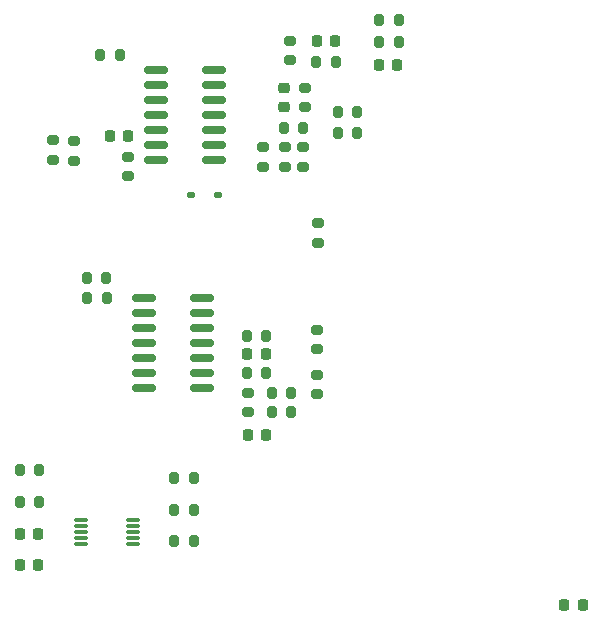
<source format=gbr>
%TF.GenerationSoftware,KiCad,Pcbnew,8.0.0*%
%TF.CreationDate,2024-03-24T13:49:44-07:00*%
%TF.ProjectId,Bottom_Board,426f7474-6f6d-45f4-926f-6172642e6b69,0*%
%TF.SameCoordinates,Original*%
%TF.FileFunction,Paste,Bot*%
%TF.FilePolarity,Positive*%
%FSLAX46Y46*%
G04 Gerber Fmt 4.6, Leading zero omitted, Abs format (unit mm)*
G04 Created by KiCad (PCBNEW 8.0.0) date 2024-03-24 13:49:44*
%MOMM*%
%LPD*%
G01*
G04 APERTURE LIST*
G04 Aperture macros list*
%AMRoundRect*
0 Rectangle with rounded corners*
0 $1 Rounding radius*
0 $2 $3 $4 $5 $6 $7 $8 $9 X,Y pos of 4 corners*
0 Add a 4 corners polygon primitive as box body*
4,1,4,$2,$3,$4,$5,$6,$7,$8,$9,$2,$3,0*
0 Add four circle primitives for the rounded corners*
1,1,$1+$1,$2,$3*
1,1,$1+$1,$4,$5*
1,1,$1+$1,$6,$7*
1,1,$1+$1,$8,$9*
0 Add four rect primitives between the rounded corners*
20,1,$1+$1,$2,$3,$4,$5,0*
20,1,$1+$1,$4,$5,$6,$7,0*
20,1,$1+$1,$6,$7,$8,$9,0*
20,1,$1+$1,$8,$9,$2,$3,0*%
G04 Aperture macros list end*
%ADD10RoundRect,0.200000X-0.275000X0.200000X-0.275000X-0.200000X0.275000X-0.200000X0.275000X0.200000X0*%
%ADD11RoundRect,0.225000X-0.225000X-0.250000X0.225000X-0.250000X0.225000X0.250000X-0.225000X0.250000X0*%
%ADD12RoundRect,0.200000X0.275000X-0.200000X0.275000X0.200000X-0.275000X0.200000X-0.275000X-0.200000X0*%
%ADD13RoundRect,0.200000X0.200000X0.275000X-0.200000X0.275000X-0.200000X-0.275000X0.200000X-0.275000X0*%
%ADD14RoundRect,0.150000X0.825000X0.150000X-0.825000X0.150000X-0.825000X-0.150000X0.825000X-0.150000X0*%
%ADD15RoundRect,0.225000X0.225000X0.250000X-0.225000X0.250000X-0.225000X-0.250000X0.225000X-0.250000X0*%
%ADD16O,1.350000X0.299999*%
%ADD17RoundRect,0.200000X-0.200000X-0.275000X0.200000X-0.275000X0.200000X0.275000X-0.200000X0.275000X0*%
%ADD18RoundRect,0.225000X0.250000X-0.225000X0.250000X0.225000X-0.250000X0.225000X-0.250000X-0.225000X0*%
%ADD19RoundRect,0.125000X-0.200000X-0.125000X0.200000X-0.125000X0.200000X0.125000X-0.200000X0.125000X0*%
G04 APERTURE END LIST*
D10*
%TO.C,R13*%
X129616200Y-94679000D03*
X129616200Y-96329000D03*
%TD*%
%TO.C,R15*%
X116332000Y-95504000D03*
X116332000Y-97154000D03*
%TD*%
D11*
%TO.C,C8*%
X126466600Y-119076200D03*
X128016600Y-119076200D03*
%TD*%
D12*
%TO.C,R16*%
X132397600Y-102774500D03*
X132397600Y-101124500D03*
%TD*%
D13*
%TO.C,R28*%
X121920000Y-125360000D03*
X120270000Y-125360000D03*
%TD*%
D11*
%TO.C,C3*%
X132334000Y-85648800D03*
X133884000Y-85648800D03*
%TD*%
D14*
%TO.C,U1*%
X123633000Y-88138000D03*
X123633000Y-89408000D03*
X123633000Y-90678000D03*
X123633000Y-91948000D03*
X123633000Y-93218000D03*
X123633000Y-94488000D03*
X123633000Y-95758000D03*
X118683000Y-95758000D03*
X118683000Y-94488000D03*
X118683000Y-93218000D03*
X118683000Y-91948000D03*
X118683000Y-90678000D03*
X118683000Y-89408000D03*
X118683000Y-88138000D03*
%TD*%
%TO.C,U2*%
X122617000Y-107442000D03*
X122617000Y-108712000D03*
X122617000Y-109982000D03*
X122617000Y-111252000D03*
X122617000Y-112522000D03*
X122617000Y-113792000D03*
X122617000Y-115062000D03*
X117667000Y-115062000D03*
X117667000Y-113792000D03*
X117667000Y-112522000D03*
X117667000Y-111252000D03*
X117667000Y-109982000D03*
X117667000Y-108712000D03*
X117667000Y-107442000D03*
%TD*%
D10*
%TO.C,R10*%
X111760000Y-94171000D03*
X111760000Y-95821000D03*
%TD*%
D15*
%TO.C,C10*%
X108725000Y-130070000D03*
X107175000Y-130070000D03*
%TD*%
D10*
%TO.C,R19*%
X132308600Y-110122200D03*
X132308600Y-111772200D03*
%TD*%
%TO.C,R14*%
X127762000Y-94679000D03*
X127762000Y-96329000D03*
%TD*%
D15*
%TO.C,C11*%
X154839000Y-133400800D03*
X153289000Y-133400800D03*
%TD*%
D16*
%TO.C,U3*%
X116778999Y-126253999D03*
X116778999Y-126753998D03*
X116778999Y-127254000D03*
X116778999Y-127753999D03*
X116778999Y-128254001D03*
X112328998Y-128254001D03*
X112328998Y-127753999D03*
X112328998Y-127254000D03*
X112328998Y-126753998D03*
X112328998Y-126253999D03*
%TD*%
D13*
%TO.C,R29*%
X108838000Y-124714000D03*
X107188000Y-124714000D03*
%TD*%
%TO.C,R24*%
X130148600Y-117094000D03*
X128498600Y-117094000D03*
%TD*%
D17*
%TO.C,R18*%
X112890800Y-107467400D03*
X114540800Y-107467400D03*
%TD*%
%TO.C,R1*%
X137607600Y-83953100D03*
X139257600Y-83953100D03*
%TD*%
D15*
%TO.C,C9*%
X108725000Y-127392000D03*
X107175000Y-127392000D03*
%TD*%
D13*
%TO.C,R5*%
X115633000Y-86868000D03*
X113983000Y-86868000D03*
%TD*%
%TO.C,R6*%
X135762000Y-91694000D03*
X134112000Y-91694000D03*
%TD*%
%TO.C,R23*%
X128065800Y-113792000D03*
X126415800Y-113792000D03*
%TD*%
D17*
%TO.C,R2*%
X137605000Y-85810475D03*
X139255000Y-85810475D03*
%TD*%
%TO.C,R26*%
X120270000Y-122682000D03*
X121920000Y-122682000D03*
%TD*%
D15*
%TO.C,C7*%
X128003600Y-112218200D03*
X126453600Y-112218200D03*
%TD*%
D18*
%TO.C,C5*%
X129590800Y-91237400D03*
X129590800Y-89687400D03*
%TD*%
D12*
%TO.C,R12*%
X131140200Y-96329000D03*
X131140200Y-94679000D03*
%TD*%
D17*
%TO.C,R22*%
X128498600Y-115520200D03*
X130148600Y-115520200D03*
%TD*%
D13*
%TO.C,R20*%
X128053600Y-110694200D03*
X126403600Y-110694200D03*
%TD*%
%TO.C,R17*%
X114502200Y-105740200D03*
X112852200Y-105740200D03*
%TD*%
D17*
%TO.C,R3*%
X132271000Y-87426800D03*
X133921000Y-87426800D03*
%TD*%
D19*
%TO.C,D1*%
X121707000Y-98698000D03*
X123957000Y-98698000D03*
%TD*%
D17*
%TO.C,R8*%
X134112000Y-93472000D03*
X135762000Y-93472000D03*
%TD*%
D15*
%TO.C,C4*%
X139157600Y-87763100D03*
X137607600Y-87763100D03*
%TD*%
D10*
%TO.C,R7*%
X131368800Y-89637400D03*
X131368800Y-91287400D03*
%TD*%
D13*
%TO.C,R27*%
X108838000Y-122036000D03*
X107188000Y-122036000D03*
%TD*%
D10*
%TO.C,R25*%
X126492000Y-115469400D03*
X126492000Y-117119400D03*
%TD*%
D15*
%TO.C,C6*%
X116345000Y-93726000D03*
X114795000Y-93726000D03*
%TD*%
D10*
%TO.C,R21*%
X132308600Y-113932200D03*
X132308600Y-115582200D03*
%TD*%
D12*
%TO.C,R4*%
X130048000Y-87298800D03*
X130048000Y-85648800D03*
%TD*%
%TO.C,R11*%
X109982000Y-95758000D03*
X109982000Y-94108000D03*
%TD*%
D13*
%TO.C,R30*%
X121920000Y-128038000D03*
X120270000Y-128038000D03*
%TD*%
D17*
%TO.C,R9*%
X129540000Y-93014800D03*
X131190000Y-93014800D03*
%TD*%
M02*

</source>
